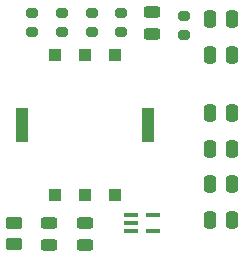
<source format=gbr>
%TF.GenerationSoftware,KiCad,Pcbnew,7.0.6*%
%TF.CreationDate,2024-04-01T13:07:50+03:00*%
%TF.ProjectId,SIM800 GPS Module,53494d38-3030-4204-9750-53204d6f6475,rev?*%
%TF.SameCoordinates,Original*%
%TF.FileFunction,Paste,Bot*%
%TF.FilePolarity,Positive*%
%FSLAX46Y46*%
G04 Gerber Fmt 4.6, Leading zero omitted, Abs format (unit mm)*
G04 Created by KiCad (PCBNEW 7.0.6) date 2024-04-01 13:07:50*
%MOMM*%
%LPD*%
G01*
G04 APERTURE LIST*
G04 Aperture macros list*
%AMRoundRect*
0 Rectangle with rounded corners*
0 $1 Rounding radius*
0 $2 $3 $4 $5 $6 $7 $8 $9 X,Y pos of 4 corners*
0 Add a 4 corners polygon primitive as box body*
4,1,4,$2,$3,$4,$5,$6,$7,$8,$9,$2,$3,0*
0 Add four circle primitives for the rounded corners*
1,1,$1+$1,$2,$3*
1,1,$1+$1,$4,$5*
1,1,$1+$1,$6,$7*
1,1,$1+$1,$8,$9*
0 Add four rect primitives between the rounded corners*
20,1,$1+$1,$2,$3,$4,$5,0*
20,1,$1+$1,$4,$5,$6,$7,0*
20,1,$1+$1,$6,$7,$8,$9,0*
20,1,$1+$1,$8,$9,$2,$3,0*%
G04 Aperture macros list end*
%ADD10RoundRect,0.200000X-0.275000X0.200000X-0.275000X-0.200000X0.275000X-0.200000X0.275000X0.200000X0*%
%ADD11RoundRect,0.243750X-0.456250X0.243750X-0.456250X-0.243750X0.456250X-0.243750X0.456250X0.243750X0*%
%ADD12RoundRect,0.250000X0.250000X0.475000X-0.250000X0.475000X-0.250000X-0.475000X0.250000X-0.475000X0*%
%ADD13RoundRect,0.250000X0.450000X-0.262500X0.450000X0.262500X-0.450000X0.262500X-0.450000X-0.262500X0*%
%ADD14R,1.000000X1.100000*%
%ADD15R,1.000000X3.000000*%
%ADD16R,1.230000X0.400000*%
%ADD17RoundRect,0.243750X0.456250X-0.243750X0.456250X0.243750X-0.456250X0.243750X-0.456250X-0.243750X0*%
G04 APERTURE END LIST*
D10*
%TO.C,RE*%
X147320000Y-76962000D03*
X147320000Y-78612000D03*
%TD*%
D11*
%TO.C,DE*%
X144545000Y-76609500D03*
X144545000Y-78484500D03*
%TD*%
D12*
%TO.C,C6*%
X151384000Y-80264000D03*
X149484000Y-80264000D03*
%TD*%
%TO.C,C5*%
X151384000Y-77254000D03*
X149484000Y-77254000D03*
%TD*%
D10*
%TO.C,R6*%
X141986000Y-76708000D03*
X141986000Y-78358000D03*
%TD*%
%TO.C,R5*%
X139476000Y-76708000D03*
X139476000Y-78358000D03*
%TD*%
D13*
%TO.C,R4*%
X132903000Y-96298000D03*
X132903000Y-94473000D03*
%TD*%
D10*
%TO.C,R2*%
X136966000Y-76708000D03*
X136966000Y-78358000D03*
%TD*%
%TO.C,R1*%
X134456000Y-76708000D03*
X134456000Y-78358000D03*
%TD*%
D14*
%TO.C,J2*%
X136360000Y-92100000D03*
X138900000Y-92100000D03*
X141440000Y-92100000D03*
D15*
X133600000Y-86200000D03*
D14*
X136360000Y-80300000D03*
X138900000Y-80300000D03*
X141440000Y-80300000D03*
D15*
X144200000Y-86200000D03*
%TD*%
D16*
%TO.C,D3*%
X142824000Y-95138000D03*
X144704000Y-93838000D03*
X142824000Y-94488000D03*
X142824000Y-93838000D03*
X144704000Y-95138000D03*
%TD*%
D17*
%TO.C,D2*%
X135898000Y-96363000D03*
X135898000Y-94488000D03*
%TD*%
%TO.C,D1*%
X138938000Y-96363000D03*
X138938000Y-94488000D03*
%TD*%
D12*
%TO.C,C4*%
X151384000Y-94234000D03*
X149484000Y-94234000D03*
%TD*%
%TO.C,C3*%
X151384000Y-91224000D03*
X149484000Y-91224000D03*
%TD*%
%TO.C,C2*%
X151384000Y-88214000D03*
X149484000Y-88214000D03*
%TD*%
%TO.C,C1*%
X151384000Y-85204000D03*
X149484000Y-85204000D03*
%TD*%
M02*

</source>
